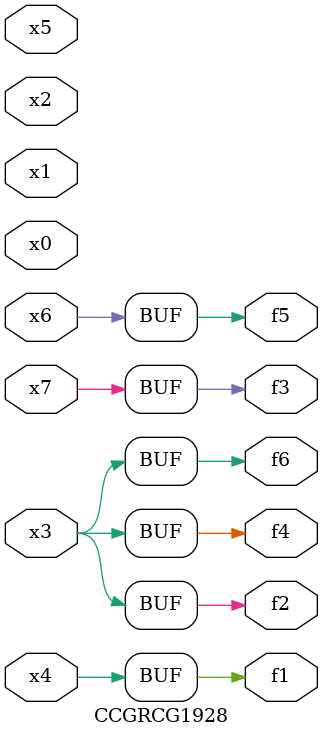
<source format=v>
module CCGRCG1928(
	input x0, x1, x2, x3, x4, x5, x6, x7,
	output f1, f2, f3, f4, f5, f6
);
	assign f1 = x4;
	assign f2 = x3;
	assign f3 = x7;
	assign f4 = x3;
	assign f5 = x6;
	assign f6 = x3;
endmodule

</source>
